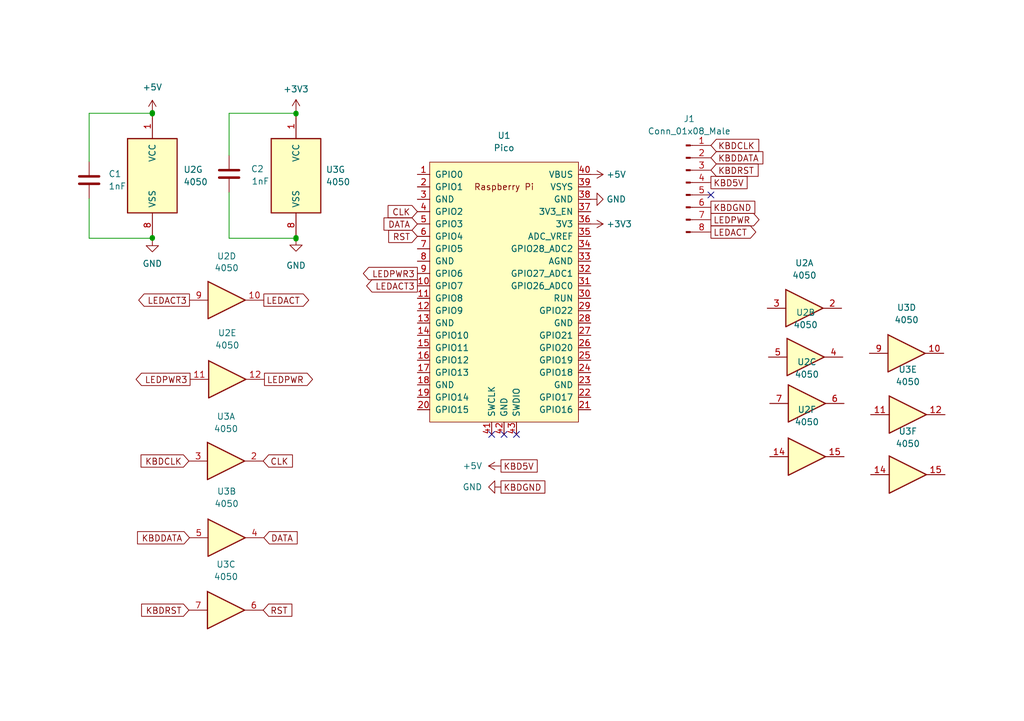
<source format=kicad_sch>
(kicad_sch (version 20211123) (generator eeschema)
  (paper "A5")
  (title_block (title "Raspberry Pico Amiga Keyboard to USB Adapter") (date "2022-05-25") (rev "1") (comment 1 "Design by Julian Brown"))
  (lib_symbols
    (symbol "4xxx:4050" (pin_names (offset 1.016))
      (property "Reference" "U" (at 0 1.27 0))
      (property "Value" "4050" (at 0 -1.27 0))
      (symbol "4050_1_0"
        (polyline (pts (xy -3.81 3.81) (xy -3.81 -3.81) (xy 3.81 0) (xy -3.81 3.81)) (stroke (width 0.254)) (fill (type background)))
        (pin output line (at 7.62 0 180) (length 3.81) (name "~") (number "2"))
        (pin input line (at -7.62 0 0) (length 3.81) (name "~") (number "3"))
      )
      (symbol "4050_2_0"
        (polyline (pts (xy -3.81 3.81) (xy -3.81 -3.81) (xy 3.81 0) (xy -3.81 3.81)) (stroke (width 0.254)) (fill (type background)))
        (pin output line (at 7.62 0 180) (length 3.81) (name "~") (number "4"))
        (pin input line (at -7.62 0 0) (length 3.81) (name "~") (number "5"))
      )
      (symbol "4050_3_0"
        (polyline (pts (xy -3.81 3.81) (xy -3.81 -3.81) (xy 3.81 0) (xy -3.81 3.81)) (stroke (width 0.254)) (fill (type background)))
        (pin output line (at 7.62 0 180) (length 3.81) (name "~") (number "6"))
        (pin input line (at -7.62 0 0) (length 3.81) (name "~") (number "7"))
      )
      (symbol "4050_4_0"
        (polyline (pts (xy -3.81 3.81) (xy -3.81 -3.81) (xy 3.81 0) (xy -3.81 3.81)) (stroke (width 0.254)) (fill (type background)))
        (pin output line (at 7.62 0 180) (length 3.81) (name "~") (number "10"))
        (pin input line (at -7.62 0 0) (length 3.81) (name "~") (number "9"))
      )
      (symbol "4050_5_0"
        (polyline (pts (xy -3.81 3.81) (xy -3.81 -3.81) (xy 3.81 0) (xy -3.81 3.81)) (stroke (width 0.254)) (fill (type background)))
        (pin input line (at -7.62 0 0) (length 3.81) (name "~") (number "11"))
        (pin output line (at 7.62 0 180) (length 3.81) (name "~") (number "12"))
      )
      (symbol "4050_6_0"
        (polyline (pts (xy -3.81 3.81) (xy -3.81 -3.81) (xy 3.81 0) (xy -3.81 3.81)) (stroke (width 0.254)) (fill (type background)))
        (pin input line (at -7.62 0 0) (length 3.81) (name "~") (number "14"))
        (pin output line (at 7.62 0 180) (length 3.81) (name "~") (number "15"))
      )
      (symbol "4050_7_0"
        (pin power_in line (at 0 12.7 270) (length 5.08) (name "VCC") (number "1"))
        (pin power_in line (at 0 -12.7 90) (length 5.08) (name "VSS") (number "8"))
      )
      (symbol "4050_7_1"
        (rectangle (start -5.08 7.62) (end 5.08 -7.62) (stroke (width 0.254)) (fill (type background)))
      )
    )
    (symbol "Connector:Conn_01x08_Male" (pin_names (offset 1.016) hide)
      (property "Reference" "J" (at 0 10.16 0))
      (property "Value" "Conn_01x08_Male" (at 0 -12.7 0))
      (symbol "Conn_01x08_Male_1_1"
        (polyline (pts (xy 1.27 -10.16) (xy 0.8636 -10.16)) (stroke (width 0.1524)))
        (polyline (pts (xy 1.27 -7.62) (xy 0.8636 -7.62)) (stroke (width 0.1524)))
        (polyline (pts (xy 1.27 -5.08) (xy 0.8636 -5.08)) (stroke (width 0.1524)))
        (polyline (pts (xy 1.27 -2.54) (xy 0.8636 -2.54)) (stroke (width 0.1524)))
        (polyline (pts (xy 1.27 0) (xy 0.8636 0)) (stroke (width 0.1524)))
        (polyline (pts (xy 1.27 2.54) (xy 0.8636 2.54)) (stroke (width 0.1524)))
        (polyline (pts (xy 1.27 5.08) (xy 0.8636 5.08)) (stroke (width 0.1524)))
        (polyline (pts (xy 1.27 7.62) (xy 0.8636 7.62)) (stroke (width 0.1524)))
        (rectangle (start 0.8636 -10.033) (end 0 -10.287) (stroke (width 0.1524)) (fill (type outline)))
        (rectangle (start 0.8636 -7.493) (end 0 -7.747) (stroke (width 0.1524)) (fill (type outline)))
        (rectangle (start 0.8636 -4.953) (end 0 -5.207) (stroke (width 0.1524)) (fill (type outline)))
        (rectangle (start 0.8636 -2.413) (end 0 -2.667) (stroke (width 0.1524)) (fill (type outline)))
        (rectangle (start 0.8636 0.127) (end 0 -0.127) (stroke (width 0.1524)) (fill (type outline)))
        (rectangle (start 0.8636 2.667) (end 0 2.413) (stroke (width 0.1524)) (fill (type outline)))
        (rectangle (start 0.8636 5.207) (end 0 4.953) (stroke (width 0.1524)) (fill (type outline)))
        (rectangle (start 0.8636 7.747) (end 0 7.493) (stroke (width 0.1524)) (fill (type outline)))
        (pin passive line (at 5.08 7.62 180) (length 3.81) (name "Pin_1") (number "1"))
        (pin passive line (at 5.08 5.08 180) (length 3.81) (name "Pin_2") (number "2"))
        (pin passive line (at 5.08 2.54 180) (length 3.81) (name "Pin_3") (number "3"))
        (pin passive line (at 5.08 0 180) (length 3.81) (name "Pin_4") (number "4"))
        (pin passive line (at 5.08 -2.54 180) (length 3.81) (name "Pin_5") (number "5"))
        (pin passive line (at 5.08 -5.08 180) (length 3.81) (name "Pin_6") (number "6"))
        (pin passive line (at 5.08 -7.62 180) (length 3.81) (name "Pin_7") (number "7"))
        (pin passive line (at 5.08 -10.16 180) (length 3.81) (name "Pin_8") (number "8"))
      )
    )
    (symbol "Device:C" (pin_numbers hide) (pin_names (offset 0.254))
      (property "Reference" "C" (at 0.635 2.54 0))
      (property "Value" "C" (at 0.635 -2.54 0))
      (symbol "C_0_1"
        (polyline (pts (xy -2.032 -0.762) (xy 2.032 -0.762)) (stroke (width 0.508)))
        (polyline (pts (xy -2.032 0.762) (xy 2.032 0.762)) (stroke (width 0.508)))
      )
      (symbol "C_1_1"
        (pin passive line (at 0 3.81 270) (length 2.794) (name "~") (number "1"))
        (pin passive line (at 0 -3.81 90) (length 2.794) (name "~") (number "2"))
      )
    )
    (symbol "MCU_RaspberryPi_and_Boards:Pico" (pin_names (offset 1.016))
      (property "Reference" "U" (at -13.97 27.94 0))
      (property "Value" "Pico" (at 0 19.05 0))
      (symbol "Pico_0_0"
        (text "Raspberry Pi" (at 0 21.59 0) (effects (font (size 1.27 1.27))))
      )
      (symbol "Pico_0_1"
        (rectangle (start -15.24 26.67) (end 15.24 -26.67) (fill (type background)))
      )
      (symbol "Pico_1_1"
        (pin bidirectional line (at -17.78 24.13 0) (length 2.54) (name "GPIO0") (number "1"))
        (pin bidirectional line (at -17.78 1.27 0) (length 2.54) (name "GPIO7") (number "10"))
        (pin bidirectional line (at -17.78 -1.27 0) (length 2.54) (name "GPIO8") (number "11"))
        (pin bidirectional line (at -17.78 -3.81 0) (length 2.54) (name "GPIO9") (number "12"))
        (pin power_in line (at -17.78 -6.35 0) (length 2.54) (name "GND") (number "13"))
        (pin bidirectional line (at -17.78 -8.89 0) (length 2.54) (name "GPIO10") (number "14"))
        (pin bidirectional line (at -17.78 -11.43 0) (length 2.54) (name "GPIO11") (number "15"))
        (pin bidirectional line (at -17.78 -13.97 0) (length 2.54) (name "GPIO12") (number "16"))
        (pin bidirectional line (at -17.78 -16.51 0) (length 2.54) (name "GPIO13") (number "17"))
        (pin power_in line (at -17.78 -19.05 0) (length 2.54) (name "GND") (number "18"))
        (pin bidirectional line (at -17.78 -21.59 0) (length 2.54) (name "GPIO14") (number "19"))
        (pin bidirectional line (at -17.78 21.59 0) (length 2.54) (name "GPIO1") (number "2"))
        (pin bidirectional line (at -17.78 -24.13 0) (length 2.54) (name "GPIO15") (number "20"))
        (pin bidirectional line (at 17.78 -24.13 180) (length 2.54) (name "GPIO16") (number "21"))
        (pin bidirectional line (at 17.78 -21.59 180) (length 2.54) (name "GPIO17") (number "22"))
        (pin power_in line (at 17.78 -19.05 180) (length 2.54) (name "GND") (number "23"))
        (pin bidirectional line (at 17.78 -16.51 180) (length 2.54) (name "GPIO18") (number "24"))
        (pin bidirectional line (at 17.78 -13.97 180) (length 2.54) (name "GPIO19") (number "25"))
        (pin bidirectional line (at 17.78 -11.43 180) (length 2.54) (name "GPIO20") (number "26"))
        (pin bidirectional line (at 17.78 -8.89 180) (length 2.54) (name "GPIO21") (number "27"))
        (pin power_in line (at 17.78 -6.35 180) (length 2.54) (name "GND") (number "28"))
        (pin bidirectional line (at 17.78 -3.81 180) (length 2.54) (name "GPIO22") (number "29"))
        (pin power_in line (at -17.78 19.05 0) (length 2.54) (name "GND") (number "3"))
        (pin input line (at 17.78 -1.27 180) (length 2.54) (name "RUN") (number "30"))
        (pin bidirectional line (at 17.78 1.27 180) (length 2.54) (name "GPIO26_ADC0") (number "31"))
        (pin bidirectional line (at 17.78 3.81 180) (length 2.54) (name "GPIO27_ADC1") (number "32"))
        (pin power_in line (at 17.78 6.35 180) (length 2.54) (name "AGND") (number "33"))
        (pin bidirectional line (at 17.78 8.89 180) (length 2.54) (name "GPIO28_ADC2") (number "34"))
        (pin unspecified line (at 17.78 11.43 180) (length 2.54) (name "ADC_VREF") (number "35"))
        (pin unspecified line (at 17.78 13.97 180) (length 2.54) (name "3V3") (number "36"))
        (pin input line (at 17.78 16.51 180) (length 2.54) (name "3V3_EN") (number "37"))
        (pin bidirectional line (at 17.78 19.05 180) (length 2.54) (name "GND") (number "38"))
        (pin unspecified line (at 17.78 21.59 180) (length 2.54) (name "VSYS") (number "39"))
        (pin bidirectional line (at -17.78 16.51 0) (length 2.54) (name "GPIO2") (number "4"))
        (pin unspecified line (at 17.78 24.13 180) (length 2.54) (name "VBUS") (number "40"))
        (pin input line (at -2.54 -29.21 90) (length 2.54) (name "SWCLK") (number "41"))
        (pin power_in line (at 0 -29.21 90) (length 2.54) (name "GND") (number "42"))
        (pin bidirectional line (at 2.54 -29.21 90) (length 2.54) (name "SWDIO") (number "43"))
        (pin bidirectional line (at -17.78 13.97 0) (length 2.54) (name "GPIO3") (number "5"))
        (pin bidirectional line (at -17.78 11.43 0) (length 2.54) (name "GPIO4") (number "6"))
        (pin bidirectional line (at -17.78 8.89 0) (length 2.54) (name "GPIO5") (number "7"))
        (pin power_in line (at -17.78 6.35 0) (length 2.54) (name "GND") (number "8"))
        (pin bidirectional line (at -17.78 3.81 0) (length 2.54) (name "GPIO6") (number "9"))
      )
    )
    (symbol "power:+3.3V" (power) (pin_names (offset 0))
      (property "Value" "+3.3V" (at 0 3.556 0))
      (symbol "+3.3V_0_1"
        (polyline (pts (xy -0.762 1.27) (xy 0 2.54)))
        (polyline (pts (xy 0 0) (xy 0 2.54)))
        (polyline (pts (xy 0 2.54) (xy 0.762 1.27)))
      )
      (symbol "+3.3V_1_1"
        (pin power_in line (at 0 0 90) (length 0) hide (name "+3V3") (number "1"))
      )
    )
    (symbol "power:+5V" (power) (pin_names (offset 0))
      (property "Value" "+5V" (at 0 3.556 0))
      (symbol "+5V_0_1"
        (polyline (pts (xy -0.762 1.27) (xy 0 2.54)))
        (polyline (pts (xy 0 0) (xy 0 2.54)))
        (polyline (pts (xy 0 2.54) (xy 0.762 1.27)))
      )
      (symbol "+5V_1_1"
        (pin power_in line (at 0 0 90) (length 0) hide (name "+5V") (number "1"))
      )
    )
    (symbol "power:GND" (power) (pin_names (offset 0))
      (property "Value" "GND" (at 0 -3.81 0))
      (symbol "GND_0_1"
        (polyline (pts (xy 0 0) (xy 0 -1.27) (xy 1.27 -1.27) (xy 0 -2.54) (xy -1.27 -1.27) (xy 0 -1.27)))
      )
      (symbol "GND_1_1"
        (pin power_in line (at 0 0 270) (length 0) hide (name "GND") (number "1"))
      )
    )
  )
  (junction (at 60.706 23.241))
  (junction (at 60.706 48.768))
  (junction (at 31.242 23.368))
  (junction (at 60.706 48.895))
  (junction (at 31.242 48.768))
  (junction (at 60.706 23.368))
  (junction (at 60.706 49.022))
  (junction (at 31.242 23.241))
  (junction (at 31.242 23.114))
  (junction (at 31.242 48.895))
  (no_connect (at 145.796 40.005))
  (no_connect (at 105.918 89.154))
  (no_connect (at 100.838 89.154))
  (no_connect (at 103.378 89.154))
  (wire (pts (xy 46.99 39.497) (xy 46.99 48.895)))
  (wire (pts (xy 18.288 40.767) (xy 18.288 48.895)))
  (wire (pts (xy 31.242 49.149) (xy 31.242 48.895)))
  (wire (pts (xy 31.242 23.241) (xy 31.242 23.368)))
  (wire (pts (xy 18.288 48.895) (xy 31.242 48.895)))
  (wire (pts (xy 18.288 33.147) (xy 18.288 23.241)))
  (wire (pts (xy 46.99 31.877) (xy 46.99 23.241)))
  (wire (pts (xy 60.706 49.022) (xy 60.706 48.895)))
  (wire (pts (xy 60.706 23.241) (xy 60.706 23.368)))
  (wire (pts (xy 18.288 23.241) (xy 31.242 23.241)))
  (wire (pts (xy 46.99 23.241) (xy 60.706 23.241)))
  (wire (pts (xy 60.706 22.987) (xy 60.706 23.241)))
  (wire (pts (xy 31.242 23.114) (xy 31.242 23.241)))
  (wire (pts (xy 46.99 48.895) (xy 60.706 48.895)))
  (wire (pts (xy 60.706 48.895) (xy 60.706 48.768)))
  (wire (pts (xy 31.242 48.895) (xy 31.242 48.768)))
  (global_label "CLK" (shape input) (at 85.598 43.434 180) (property "Intersheet References" "${INTERSHEET_REFS}" (effects hide)))
  (global_label "CLK" (shape input) (at 53.975 94.615 0) (property "Intersheet References" "${INTERSHEET_REFS}" (effects hide)))
  (global_label "KBDGND" (shape passive) (at 102.743 99.949 0) (property "Intersheet References" "${INTERSHEET_REFS}" (effects hide)))
  (global_label "KBDCLK" (shape input) (at 38.735 94.615 180) (property "Intersheet References" "${INTERSHEET_REFS}" (effects hide)))
  (global_label "KBD5V" (shape passive) (at 145.796 37.465 0) (property "Intersheet References" "${INTERSHEET_REFS}" (effects hide)))
  (global_label "DATA" (shape input) (at 85.598 45.974 180) (property "Intersheet References" "${INTERSHEET_REFS}" (effects hide)))
  (global_label "LEDPWR3" (shape output) (at 85.598 56.134 180) (property "Intersheet References" "${INTERSHEET_REFS}" (effects hide)))
  (global_label "KBDDATA" (shape input) (at 145.796 32.385 0) (property "Intersheet References" "${INTERSHEET_REFS}" (effects hide)))
  (global_label "LEDACT3" (shape output) (at 38.862 61.595 180) (property "Intersheet References" "${INTERSHEET_REFS}" (effects hide)))
  (global_label "KBDCLK" (shape input) (at 145.796 29.845 0) (property "Intersheet References" "${INTERSHEET_REFS}" (effects hide)))
  (global_label "LEDPWR" (shape output) (at 145.796 45.085 0) (property "Intersheet References" "${INTERSHEET_REFS}" (effects hide)))
  (global_label "KBDRST" (shape input) (at 145.796 34.925 0) (property "Intersheet References" "${INTERSHEET_REFS}" (effects hide)))
  (global_label "KBD5V" (shape passive) (at 102.743 95.631 0) (property "Intersheet References" "${INTERSHEET_REFS}" (effects hide)))
  (global_label "LEDACT" (shape output) (at 145.796 47.625 0) (property "Intersheet References" "${INTERSHEET_REFS}" (effects hide)))
  (global_label "LEDACT3" (shape output) (at 85.598 58.674 180) (property "Intersheet References" "${INTERSHEET_REFS}" (effects hide)))
  (global_label "LEDPWR" (shape output) (at 54.229 77.851 0) (property "Intersheet References" "${INTERSHEET_REFS}" (effects hide)))
  (global_label "KBDGND" (shape passive) (at 145.796 42.545 0) (property "Intersheet References" "${INTERSHEET_REFS}" (effects hide)))
  (global_label "LEDACT" (shape output) (at 54.102 61.595 0) (property "Intersheet References" "${INTERSHEET_REFS}" (effects hide)))
  (global_label "KBDRST" (shape input) (at 38.735 125.222 180) (property "Intersheet References" "${INTERSHEET_REFS}" (effects hide)))
  (global_label "RST" (shape input) (at 85.598 48.514 180) (property "Intersheet References" "${INTERSHEET_REFS}" (effects hide)))
  (global_label "DATA" (shape input) (at 54.102 110.363 0) (property "Intersheet References" "${INTERSHEET_REFS}" (effects hide)))
  (global_label "KBDDATA" (shape input) (at 38.862 110.363 180) (property "Intersheet References" "${INTERSHEET_REFS}" (effects hide)))
  (global_label "LEDPWR3" (shape output) (at 38.989 77.851 180) (property "Intersheet References" "${INTERSHEET_REFS}" (effects hide)))
  (global_label "RST" (shape input) (at 53.975 125.222 0) (property "Intersheet References" "${INTERSHEET_REFS}" (effects hide)))
  (symbol (lib_id "4xxx:4050") (at 46.355 94.615 0) (unit 1)
    (property "Reference" "U3" (at 46.355 85.471 0))
    (property "Value" "4050" (at 46.355 88.011 0))
    (property "Footprint" "Package_DIP:DIP-16_W7.62mm" (effects hide))
    (property "Datasheet" "http://www.intersil.com/content/dam/intersil/documents/cd40/cd4050bms.pdf" (effects hide))
  )
  (symbol (lib_id "4xxx:4050") (at 165.481 93.726 0) (unit 6)
    (property "Reference" "U2" (at 165.481 84.074 0))
    (property "Value" "4050" (at 165.481 86.614 0))
    (property "Footprint" "Package_DIP:DIP-16_W7.62mm" (effects hide))
    (property "Datasheet" "http://www.intersil.com/content/dam/intersil/documents/cd40/cd4050bms.pdf" (effects hide))
  )
  (symbol (lib_id "power:+5V") (at 31.242 23.114 0) (unit 1)
    (property "Reference" "#PWR01" (effects hide))
    (property "Value" "+5V" (at 31.242 17.907 0))
  )
  (symbol (lib_id "power:+5V") (at 121.158 35.814 270) (unit 1)
    (property "Reference" "#PWR03" (effects hide))
    (property "Value" "+5V" (at 124.333 35.8139 90) (effects (justify left)))
  )
  (symbol (lib_id "power:+3.3V") (at 60.706 22.987 0) (unit 1)
    (property "Reference" "#PWR06" (effects hide))
    (property "Value" "+3.3V" (at 60.706 18.288 0))
  )
  (symbol (lib_id "4xxx:4050") (at 46.355 125.222 0) (unit 3)
    (property "Reference" "U3" (at 46.355 115.824 0))
    (property "Value" "4050" (at 46.355 118.364 0))
    (property "Footprint" "Package_DIP:DIP-16_W7.62mm" (effects hide))
    (property "Datasheet" "http://www.intersil.com/content/dam/intersil/documents/cd40/cd4050bms.pdf" (effects hide))
  )
  (symbol (lib_id "4xxx:4050") (at 164.973 63.246 0) (unit 1)
    (property "Reference" "U2" (at 164.973 53.975 0))
    (property "Value" "4050" (at 164.973 56.515 0))
    (property "Footprint" "Package_DIP:DIP-16_W7.62mm" (effects hide))
    (property "Datasheet" "http://www.intersil.com/content/dam/intersil/documents/cd40/cd4050bms.pdf" (effects hide))
  )
  (symbol (lib_id "Device:C") (at 46.99 35.687 0) (unit 1)
    (property "Reference" "C2" (at 51.435 34.671 0) (effects (justify left)))
    (property "Value" "1nF" (at 51.562 37.211 0) (effects (justify left)))
    (property "Footprint" "Capacitor_THT:C_Disc_D4.3mm_W1.9mm_P5.00mm" (effects hide))
  )
  (symbol (lib_id "power:GND") (at 60.706 49.022 0) (unit 1)
    (property "Reference" "#PWR07" (effects hide))
    (property "Value" "GND" (at 60.706 54.483 0))
  )
  (symbol (lib_id "power:+5V") (at 102.743 95.631 90) (unit 1)
    (property "Reference" "#PWR0101" (effects hide))
    (property "Value" "+5V" (at 98.933 95.6309 90) (effects (justify left)))
  )
  (symbol (lib_id "power:GND") (at 121.158 40.894 90) (unit 1)
    (property "Reference" "#PWR04" (effects hide))
    (property "Value" "GND" (at 124.333 40.8939 90) (effects (justify right)))
  )
  (symbol (lib_id "4xxx:4050") (at 186.182 85.09 0) (unit 5)
    (property "Reference" "U3" (at 186.182 75.819 0))
    (property "Value" "4050" (at 186.182 78.359 0))
    (property "Footprint" "Package_DIP:DIP-16_W7.62mm" (effects hide))
    (property "Datasheet" "http://www.intersil.com/content/dam/intersil/documents/cd40/cd4050bms.pdf" (effects hide))
  )
  (symbol (lib_id "Device:C") (at 18.288 36.957 0) (unit 1)
    (property "Reference" "C1" (at 22.225 35.6869 0) (effects (justify left)))
    (property "Value" "1nF" (at 22.225 38.2269 0) (effects (justify left)))
    (property "Footprint" "Capacitor_THT:C_Disc_D4.3mm_W1.9mm_P5.00mm" (effects hide))
  )
  (symbol (lib_id "4xxx:4050") (at 31.242 36.068 0) (unit 7)
    (property "Reference" "U2" (at 37.592 34.7979 0) (effects (justify left)))
    (property "Value" "4050" (at 37.592 37.3379 0) (effects (justify left)))
    (property "Footprint" "Package_DIP:DIP-16_W7.62mm" (effects hide))
    (property "Datasheet" "http://www.intersil.com/content/dam/intersil/documents/cd40/cd4050bms.pdf" (effects hide))
  )
  (symbol (lib_id "power:+3.3V") (at 121.158 45.974 270) (unit 1)
    (property "Reference" "#PWR05" (effects hide))
    (property "Value" "+3.3V" (at 124.333 45.9739 90) (effects (justify left)))
  )
  (symbol (lib_id "power:GND") (at 102.743 99.949 270) (unit 1)
    (property "Reference" "#PWR0102" (effects hide))
    (property "Value" "GND" (at 98.933 99.9489 90) (effects (justify right)))
  )
  (symbol (lib_id "MCU_RaspberryPi_and_Boards:Pico") (at 103.378 59.944 0) (unit 1)
    (property "Reference" "U1" (at 103.378 27.813 0))
    (property "Value" "Pico" (at 103.378 30.353 0))
    (property "Footprint" "MCU_RaspberryPi_and_Boards:RPi_Pico_SMD_TH" (effects hide))
  )
  (symbol (lib_id "4xxx:4050") (at 165.227 73.279 0) (unit 2)
    (property "Reference" "U2" (at 165.227 64.135 0))
    (property "Value" "4050" (at 165.227 66.675 0))
    (property "Footprint" "Package_DIP:DIP-16_W7.62mm" (effects hide))
    (property "Datasheet" "http://www.intersil.com/content/dam/intersil/documents/cd40/cd4050bms.pdf" (effects hide))
  )
  (symbol (lib_id "4xxx:4050") (at 185.928 72.517 0) (unit 4)
    (property "Reference" "U3" (at 185.928 63.119 0))
    (property "Value" "4050" (at 185.928 65.659 0))
    (property "Footprint" "Package_DIP:DIP-16_W7.62mm" (effects hide))
    (property "Datasheet" "http://www.intersil.com/content/dam/intersil/documents/cd40/cd4050bms.pdf" (effects hide))
  )
  (symbol (lib_id "Connector:Conn_01x08_Male") (at 140.716 37.465 0) (unit 1)
    (property "Reference" "J1" (at 141.351 24.384 0))
    (property "Value" "Conn_01x08_Male" (at 141.351 26.924 0))
    (property "Footprint" "Connector_PinHeader_2.54mm:PinHeader_1x08_P2.54mm_Vertical" (effects hide))
  )
  (symbol (lib_id "power:GND") (at 31.242 49.149 0) (unit 1)
    (property "Reference" "#PWR02" (effects hide))
    (property "Value" "GND" (at 31.242 54.102 0))
  )
  (symbol (lib_id "4xxx:4050") (at 165.481 82.804 0) (unit 3)
    (property "Reference" "U2" (at 165.481 74.295 0))
    (property "Value" "4050" (at 165.481 76.835 0))
    (property "Footprint" "Package_DIP:DIP-16_W7.62mm" (effects hide))
    (property "Datasheet" "http://www.intersil.com/content/dam/intersil/documents/cd40/cd4050bms.pdf" (effects hide))
  )
  (symbol (lib_id "4xxx:4050") (at 46.482 110.363 0) (unit 2)
    (property "Reference" "U3" (at 46.482 100.838 0))
    (property "Value" "4050" (at 46.482 103.378 0))
    (property "Footprint" "Package_DIP:DIP-16_W7.62mm" (effects hide))
    (property "Datasheet" "http://www.intersil.com/content/dam/intersil/documents/cd40/cd4050bms.pdf" (effects hide))
  )
  (symbol (lib_id "4xxx:4050") (at 60.706 36.068 0) (unit 7)
    (property "Reference" "U3" (at 66.802 34.7979 0) (effects (justify left)))
    (property "Value" "4050" (at 66.802 37.3379 0) (effects (justify left)))
    (property "Footprint" "Package_DIP:DIP-16_W7.62mm" (effects hide))
    (property "Datasheet" "http://www.intersil.com/content/dam/intersil/documents/cd40/cd4050bms.pdf" (effects hide))
  )
  (symbol (lib_id "4xxx:4050") (at 46.609 77.851 0) (unit 5)
    (property "Reference" "U2" (at 46.609 68.326 0))
    (property "Value" "4050" (at 46.609 70.866 0))
    (property "Footprint" "Package_DIP:DIP-16_W7.62mm" (effects hide))
    (property "Datasheet" "http://www.intersil.com/content/dam/intersil/documents/cd40/cd4050bms.pdf" (effects hide))
  )
  (symbol (lib_id "4xxx:4050") (at 46.482 61.595 0) (unit 4)
    (property "Reference" "U2" (at 46.482 52.578 0))
    (property "Value" "4050" (at 46.482 54.991 0))
    (property "Footprint" "Package_DIP:DIP-16_W7.62mm" (effects hide))
    (property "Datasheet" "http://www.intersil.com/content/dam/intersil/documents/cd40/cd4050bms.pdf" (effects hide))
  )
  (symbol (lib_id "4xxx:4050") (at 186.182 97.409 0) (unit 6)
    (property "Reference" "U3" (at 186.182 88.519 0))
    (property "Value" "4050" (at 186.182 91.059 0))
    (property "Footprint" "Package_DIP:DIP-16_W7.62mm" (effects hide))
    (property "Datasheet" "http://www.intersil.com/content/dam/intersil/documents/cd40/cd4050bms.pdf" (effects hide))
  )
)
</source>
